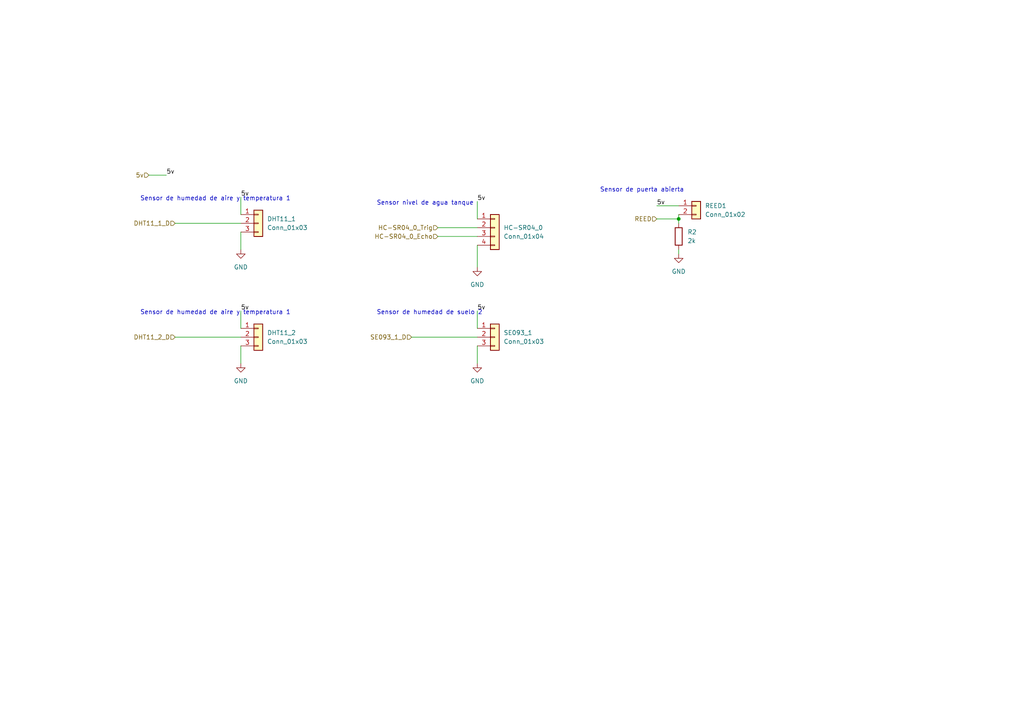
<source format=kicad_sch>
(kicad_sch (version 20211123) (generator eeschema)
  (paper "A4")
  (lib_symbols
    (symbol "Connector_Generic:Conn_01x02" (pin_names (offset 1.016) hide)
      (property "Reference" "J" (at 0 2.54 0))
      (property "Value" "Conn_01x02" (at 0 -5.08 0))
      (symbol "Conn_01x02_1_1"
        (rectangle (start -1.27 -2.413) (end 0 -2.667) (stroke (width 0.1524)))
        (rectangle (start -1.27 0.127) (end 0 -0.127) (stroke (width 0.1524)))
        (rectangle (start -1.27 1.27) (end 1.27 -3.81) (stroke (width 0.254)) (fill (type background)))
        (pin passive line (at -5.08 0 0) (length 3.81) (name "Pin_1") (number "1"))
        (pin passive line (at -5.08 -2.54 0) (length 3.81) (name "Pin_2") (number "2"))
      )
    )
    (symbol "Connector_Generic:Conn_01x03" (pin_names (offset 1.016) hide)
      (property "Reference" "J" (at 0 5.08 0))
      (property "Value" "Conn_01x03" (at 0 -5.08 0))
      (symbol "Conn_01x03_1_1"
        (rectangle (start -1.27 -2.413) (end 0 -2.667) (stroke (width 0.1524)))
        (rectangle (start -1.27 0.127) (end 0 -0.127) (stroke (width 0.1524)))
        (rectangle (start -1.27 2.667) (end 0 2.413) (stroke (width 0.1524)))
        (rectangle (start -1.27 3.81) (end 1.27 -3.81) (stroke (width 0.254)) (fill (type background)))
        (pin passive line (at -5.08 2.54 0) (length 3.81) (name "Pin_1") (number "1"))
        (pin passive line (at -5.08 0 0) (length 3.81) (name "Pin_2") (number "2"))
        (pin passive line (at -5.08 -2.54 0) (length 3.81) (name "Pin_3") (number "3"))
      )
    )
    (symbol "Connector_Generic:Conn_01x04" (pin_names (offset 1.016) hide)
      (property "Reference" "J" (at 0 5.08 0))
      (property "Value" "Conn_01x04" (at 0 -7.62 0))
      (symbol "Conn_01x04_1_1"
        (rectangle (start -1.27 -4.953) (end 0 -5.207) (stroke (width 0.1524)))
        (rectangle (start -1.27 -2.413) (end 0 -2.667) (stroke (width 0.1524)))
        (rectangle (start -1.27 0.127) (end 0 -0.127) (stroke (width 0.1524)))
        (rectangle (start -1.27 2.667) (end 0 2.413) (stroke (width 0.1524)))
        (rectangle (start -1.27 3.81) (end 1.27 -6.35) (stroke (width 0.254)) (fill (type background)))
        (pin passive line (at -5.08 2.54 0) (length 3.81) (name "Pin_1") (number "1"))
        (pin passive line (at -5.08 0 0) (length 3.81) (name "Pin_2") (number "2"))
        (pin passive line (at -5.08 -2.54 0) (length 3.81) (name "Pin_3") (number "3"))
        (pin passive line (at -5.08 -5.08 0) (length 3.81) (name "Pin_4") (number "4"))
      )
    )
    (symbol "Device:R" (pin_numbers hide) (pin_names (offset 0))
      (property "Reference" "R" (at 2.032 0 90))
      (property "Value" "R" (at 0 0 90))
      (symbol "R_0_1"
        (rectangle (start -1.016 -2.54) (end 1.016 2.54) (stroke (width 0.254)))
      )
      (symbol "R_1_1"
        (pin passive line (at 0 3.81 270) (length 1.27) (name "~") (number "1"))
        (pin passive line (at 0 -3.81 90) (length 1.27) (name "~") (number "2"))
      )
    )
    (symbol "power:GND" (power) (pin_names (offset 0))
      (property "Value" "GND" (at 0 -3.81 0))
      (symbol "GND_0_1"
        (polyline (pts (xy 0 0) (xy 0 -1.27) (xy 1.27 -1.27) (xy 0 -2.54) (xy -1.27 -1.27) (xy 0 -1.27)))
      )
      (symbol "GND_1_1"
        (pin power_in line (at 0 0 270) (length 0) hide (name "GND") (number "1"))
      )
    )
  )
  (junction (at 196.85 63.5))
  (wire (pts (xy 69.85 67.31) (xy 69.85 72.39)))
  (wire (pts (xy 190.5 59.69) (xy 196.85 59.69)))
  (wire (pts (xy 127 66.04) (xy 138.43 66.04)))
  (wire (pts (xy 69.85 57.15) (xy 69.85 62.23)))
  (wire (pts (xy 138.43 90.17) (xy 138.43 95.25)))
  (wire (pts (xy 196.85 62.23) (xy 196.85 63.5)))
  (wire (pts (xy 50.8 97.79) (xy 69.85 97.79)))
  (wire (pts (xy 127 68.58) (xy 138.43 68.58)))
  (wire (pts (xy 138.43 100.33) (xy 138.43 105.41)))
  (wire (pts (xy 196.85 72.39) (xy 196.85 73.66)))
  (wire (pts (xy 138.43 58.42) (xy 138.43 63.5)))
  (wire (pts (xy 69.85 90.17) (xy 69.85 95.25)))
  (wire (pts (xy 190.5 63.5) (xy 196.85 63.5)))
  (wire (pts (xy 69.85 100.33) (xy 69.85 105.41)))
  (wire (pts (xy 43.18 50.8) (xy 48.26 50.8)))
  (wire (pts (xy 138.43 71.12) (xy 138.43 77.47)))
  (wire (pts (xy 119.38 97.79) (xy 138.43 97.79)))
  (wire (pts (xy 50.8 64.77) (xy 69.85 64.77)))
  (wire (pts (xy 196.85 63.5) (xy 196.85 64.77)))
  (text "Sensor de humedad de aire y temperatura 1" (at 40.64 91.44 0) (effects (font (size 1.27 1.27)) (justify left bottom)))
  (text "Sensor de humedad de suelo 2" (at 109.22 91.44 0) (effects (font (size 1.27 1.27)) (justify left bottom)))
  (text "Sensor de humedad de aire y temperatura 1" (at 40.64 58.42 0) (effects (font (size 1.27 1.27)) (justify left bottom)))
  (text "Sensor nivel de agua tanque" (at 109.22 59.69 0) (effects (font (size 1.27 1.27)) (justify left bottom)))
  (text "Sensor de puerta abierta" (at 173.99 55.88 0) (effects (font (size 1.27 1.27)) (justify left bottom)))
  (label "5v" (at 138.43 58.42 0))
  (label "5v" (at 48.26 50.8 0))
  (label "5v" (at 69.85 57.15 0))
  (label "5v" (at 69.85 90.17 0))
  (label "5v" (at 138.43 90.17 0))
  (label "5v" (at 190.5 59.69 0))
  (hierarchical_label "DHT11_1_D" (shape input) (at 50.8 64.77 180))
  (hierarchical_label "SE093_1_D" (shape input) (at 119.38 97.79 180))
  (hierarchical_label "HC-SR04_0_Echo" (shape input) (at 127 68.58 180))
  (hierarchical_label "5v" (shape input) (at 43.18 50.8 180))
  (hierarchical_label "REED" (shape input) (at 190.5 63.5 180))
  (hierarchical_label "HC-SR04_0_Trig" (shape input) (at 127 66.04 180))
  (hierarchical_label "DHT11_2_D" (shape input) (at 50.8 97.79 180))
  (symbol (lib_id "Connector_Generic:Conn_01x04") (at 143.51 66.04 0) (unit 1)
    (property "Reference" "HC-SR04_0" (at 146.05 66.0399 0) (effects (justify left)))
    (property "Value" "Conn_01x04" (at 146.05 68.5799 0) (effects (justify left)))
    (property "Footprint" "Connector_JST:JST_EH_B4B-EH-A_1x04_P2.50mm_Vertical" (effects hide))
  )
  (symbol (lib_id "Connector_Generic:Conn_01x03") (at 143.51 97.79 0) (unit 1)
    (property "Reference" "SE093_1" (at 146.05 96.5199 0) (effects (justify left)))
    (property "Value" "Conn_01x03" (at 146.05 99.0599 0) (effects (justify left)))
    (property "Footprint" "Connector_JST:JST_EH_B3B-EH-A_1x03_P2.50mm_Vertical" (effects hide))
  )
  (symbol (lib_id "Connector_Generic:Conn_01x03") (at 74.93 64.77 0) (unit 1)
    (property "Reference" "DHT11_1" (at 77.47 63.4999 0) (effects (justify left)))
    (property "Value" "Conn_01x03" (at 77.47 66.0399 0) (effects (justify left)))
    (property "Footprint" "Connector_JST:JST_EH_B3B-EH-A_1x03_P2.50mm_Vertical" (effects hide))
  )
  (symbol (lib_id "power:GND") (at 69.85 105.41 0) (unit 1)
    (property "Reference" "#PWR0107" (effects hide))
    (property "Value" "GND" (at 69.85 110.49 0))
  )
  (symbol (lib_id "power:GND") (at 138.43 105.41 0) (unit 1)
    (property "Reference" "#PWR0106" (effects hide))
    (property "Value" "GND" (at 138.43 110.49 0))
  )
  (symbol (lib_id "Connector_Generic:Conn_01x03") (at 74.93 97.79 0) (unit 1)
    (property "Reference" "DHT11_2" (at 77.47 96.5199 0) (effects (justify left)))
    (property "Value" "Conn_01x03" (at 77.47 99.0599 0) (effects (justify left)))
    (property "Footprint" "Connector_JST:JST_EH_B3B-EH-A_1x03_P2.50mm_Vertical" (effects hide))
  )
  (symbol (lib_id "power:GND") (at 196.85 73.66 0) (unit 1)
    (property "Reference" "#PWR0109" (effects hide))
    (property "Value" "GND" (at 196.85 78.74 0))
  )
  (symbol (lib_id "power:GND") (at 138.43 77.47 0) (unit 1)
    (property "Reference" "#PWR0104" (effects hide))
    (property "Value" "GND" (at 138.43 82.55 0))
  )
  (symbol (lib_id "power:GND") (at 69.85 72.39 0) (unit 1)
    (property "Reference" "#PWR0108" (effects hide))
    (property "Value" "GND" (at 69.85 77.47 0))
  )
  (symbol (lib_id "Connector_Generic:Conn_01x02") (at 201.93 59.69 0) (unit 1)
    (property "Reference" "REED1" (at 204.47 59.6899 0) (effects (justify left)))
    (property "Value" "Conn_01x02" (at 204.47 62.2299 0) (effects (justify left)))
    (property "Footprint" "Connector_JST:JST_EH_B2B-EH-A_1x02_P2.50mm_Vertical" (effects hide))
  )
  (symbol (lib_id "Device:R") (at 196.85 68.58 0) (unit 1)
    (property "Reference" "R2" (at 199.39 67.3099 0) (effects (justify left)))
    (property "Value" "2k" (at 199.39 69.8499 0) (effects (justify left)))
    (property "Footprint" "Resistor_SMD:R_0603_1608Metric_Pad0.98x0.95mm_HandSolder" (effects hide))
  )
)
</source>
